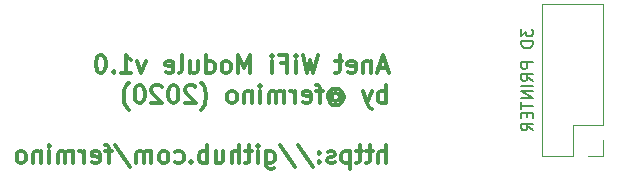
<source format=gbr>
G04 #@! TF.GenerationSoftware,KiCad,Pcbnew,5.0.2+dfsg1-1*
G04 #@! TF.CreationDate,2020-10-09T16:27:47-03:00*
G04 #@! TF.ProjectId,esp3d_anet,65737033-645f-4616-9e65-742e6b696361,rev?*
G04 #@! TF.SameCoordinates,Original*
G04 #@! TF.FileFunction,Legend,Bot*
G04 #@! TF.FilePolarity,Positive*
%FSLAX46Y46*%
G04 Gerber Fmt 4.6, Leading zero omitted, Abs format (unit mm)*
G04 Created by KiCad (PCBNEW 5.0.2+dfsg1-1) date vie 09 oct 2020 16:27:47 -03*
%MOMM*%
%LPD*%
G01*
G04 APERTURE LIST*
%ADD10C,0.300000*%
%ADD11C,0.120000*%
%ADD12C,0.150000*%
G04 APERTURE END LIST*
D10*
X73179285Y-52305000D02*
X72465000Y-52305000D01*
X73322142Y-52733571D02*
X72822142Y-51233571D01*
X72322142Y-52733571D01*
X71822142Y-51733571D02*
X71822142Y-52733571D01*
X71822142Y-51876428D02*
X71750714Y-51805000D01*
X71607857Y-51733571D01*
X71393571Y-51733571D01*
X71250714Y-51805000D01*
X71179285Y-51947857D01*
X71179285Y-52733571D01*
X69893571Y-52662142D02*
X70036428Y-52733571D01*
X70322142Y-52733571D01*
X70465000Y-52662142D01*
X70536428Y-52519285D01*
X70536428Y-51947857D01*
X70465000Y-51805000D01*
X70322142Y-51733571D01*
X70036428Y-51733571D01*
X69893571Y-51805000D01*
X69822142Y-51947857D01*
X69822142Y-52090714D01*
X70536428Y-52233571D01*
X69393571Y-51733571D02*
X68822142Y-51733571D01*
X69179285Y-51233571D02*
X69179285Y-52519285D01*
X69107857Y-52662142D01*
X68965000Y-52733571D01*
X68822142Y-52733571D01*
X67322142Y-51233571D02*
X66965000Y-52733571D01*
X66679285Y-51662142D01*
X66393571Y-52733571D01*
X66036428Y-51233571D01*
X65465000Y-52733571D02*
X65465000Y-51733571D01*
X65465000Y-51233571D02*
X65536428Y-51305000D01*
X65465000Y-51376428D01*
X65393571Y-51305000D01*
X65465000Y-51233571D01*
X65465000Y-51376428D01*
X64250714Y-51947857D02*
X64750714Y-51947857D01*
X64750714Y-52733571D02*
X64750714Y-51233571D01*
X64036428Y-51233571D01*
X63465000Y-52733571D02*
X63465000Y-51733571D01*
X63465000Y-51233571D02*
X63536428Y-51305000D01*
X63465000Y-51376428D01*
X63393571Y-51305000D01*
X63465000Y-51233571D01*
X63465000Y-51376428D01*
X61607857Y-52733571D02*
X61607857Y-51233571D01*
X61107857Y-52305000D01*
X60607857Y-51233571D01*
X60607857Y-52733571D01*
X59679285Y-52733571D02*
X59822142Y-52662142D01*
X59893571Y-52590714D01*
X59965000Y-52447857D01*
X59965000Y-52019285D01*
X59893571Y-51876428D01*
X59822142Y-51805000D01*
X59679285Y-51733571D01*
X59465000Y-51733571D01*
X59322142Y-51805000D01*
X59250714Y-51876428D01*
X59179285Y-52019285D01*
X59179285Y-52447857D01*
X59250714Y-52590714D01*
X59322142Y-52662142D01*
X59465000Y-52733571D01*
X59679285Y-52733571D01*
X57893571Y-52733571D02*
X57893571Y-51233571D01*
X57893571Y-52662142D02*
X58036428Y-52733571D01*
X58322142Y-52733571D01*
X58465000Y-52662142D01*
X58536428Y-52590714D01*
X58607857Y-52447857D01*
X58607857Y-52019285D01*
X58536428Y-51876428D01*
X58465000Y-51805000D01*
X58322142Y-51733571D01*
X58036428Y-51733571D01*
X57893571Y-51805000D01*
X56536428Y-51733571D02*
X56536428Y-52733571D01*
X57179285Y-51733571D02*
X57179285Y-52519285D01*
X57107857Y-52662142D01*
X56965000Y-52733571D01*
X56750714Y-52733571D01*
X56607857Y-52662142D01*
X56536428Y-52590714D01*
X55607857Y-52733571D02*
X55750714Y-52662142D01*
X55822142Y-52519285D01*
X55822142Y-51233571D01*
X54465000Y-52662142D02*
X54607857Y-52733571D01*
X54893571Y-52733571D01*
X55036428Y-52662142D01*
X55107857Y-52519285D01*
X55107857Y-51947857D01*
X55036428Y-51805000D01*
X54893571Y-51733571D01*
X54607857Y-51733571D01*
X54465000Y-51805000D01*
X54393571Y-51947857D01*
X54393571Y-52090714D01*
X55107857Y-52233571D01*
X52750714Y-51733571D02*
X52393571Y-52733571D01*
X52036428Y-51733571D01*
X50679285Y-52733571D02*
X51536428Y-52733571D01*
X51107857Y-52733571D02*
X51107857Y-51233571D01*
X51250714Y-51447857D01*
X51393571Y-51590714D01*
X51536428Y-51662142D01*
X50036428Y-52590714D02*
X49965000Y-52662142D01*
X50036428Y-52733571D01*
X50107857Y-52662142D01*
X50036428Y-52590714D01*
X50036428Y-52733571D01*
X49036428Y-51233571D02*
X48893571Y-51233571D01*
X48750714Y-51305000D01*
X48679285Y-51376428D01*
X48607857Y-51519285D01*
X48536428Y-51805000D01*
X48536428Y-52162142D01*
X48607857Y-52447857D01*
X48679285Y-52590714D01*
X48750714Y-52662142D01*
X48893571Y-52733571D01*
X49036428Y-52733571D01*
X49179285Y-52662142D01*
X49250714Y-52590714D01*
X49322142Y-52447857D01*
X49393571Y-52162142D01*
X49393571Y-51805000D01*
X49322142Y-51519285D01*
X49250714Y-51376428D01*
X49179285Y-51305000D01*
X49036428Y-51233571D01*
X73107857Y-55283571D02*
X73107857Y-53783571D01*
X73107857Y-54355000D02*
X72965000Y-54283571D01*
X72679285Y-54283571D01*
X72536428Y-54355000D01*
X72465000Y-54426428D01*
X72393571Y-54569285D01*
X72393571Y-54997857D01*
X72465000Y-55140714D01*
X72536428Y-55212142D01*
X72679285Y-55283571D01*
X72965000Y-55283571D01*
X73107857Y-55212142D01*
X71893571Y-54283571D02*
X71536428Y-55283571D01*
X71179285Y-54283571D02*
X71536428Y-55283571D01*
X71679285Y-55640714D01*
X71750714Y-55712142D01*
X71893571Y-55783571D01*
X68536428Y-54569285D02*
X68607857Y-54497857D01*
X68750714Y-54426428D01*
X68893571Y-54426428D01*
X69036428Y-54497857D01*
X69107857Y-54569285D01*
X69179285Y-54712142D01*
X69179285Y-54855000D01*
X69107857Y-54997857D01*
X69036428Y-55069285D01*
X68893571Y-55140714D01*
X68750714Y-55140714D01*
X68607857Y-55069285D01*
X68536428Y-54997857D01*
X68536428Y-54426428D02*
X68536428Y-54997857D01*
X68465000Y-55069285D01*
X68393571Y-55069285D01*
X68250714Y-54997857D01*
X68179285Y-54855000D01*
X68179285Y-54497857D01*
X68322142Y-54283571D01*
X68536428Y-54140714D01*
X68822142Y-54069285D01*
X69107857Y-54140714D01*
X69322142Y-54283571D01*
X69465000Y-54497857D01*
X69536428Y-54783571D01*
X69465000Y-55069285D01*
X69322142Y-55283571D01*
X69107857Y-55426428D01*
X68822142Y-55497857D01*
X68536428Y-55426428D01*
X68322142Y-55283571D01*
X67750714Y-54283571D02*
X67179285Y-54283571D01*
X67536428Y-55283571D02*
X67536428Y-53997857D01*
X67465000Y-53855000D01*
X67322142Y-53783571D01*
X67179285Y-53783571D01*
X66107857Y-55212142D02*
X66250714Y-55283571D01*
X66536428Y-55283571D01*
X66679285Y-55212142D01*
X66750714Y-55069285D01*
X66750714Y-54497857D01*
X66679285Y-54355000D01*
X66536428Y-54283571D01*
X66250714Y-54283571D01*
X66107857Y-54355000D01*
X66036428Y-54497857D01*
X66036428Y-54640714D01*
X66750714Y-54783571D01*
X65393571Y-55283571D02*
X65393571Y-54283571D01*
X65393571Y-54569285D02*
X65322142Y-54426428D01*
X65250714Y-54355000D01*
X65107857Y-54283571D01*
X64965000Y-54283571D01*
X64465000Y-55283571D02*
X64465000Y-54283571D01*
X64465000Y-54426428D02*
X64393571Y-54355000D01*
X64250714Y-54283571D01*
X64036428Y-54283571D01*
X63893571Y-54355000D01*
X63822142Y-54497857D01*
X63822142Y-55283571D01*
X63822142Y-54497857D02*
X63750714Y-54355000D01*
X63607857Y-54283571D01*
X63393571Y-54283571D01*
X63250714Y-54355000D01*
X63179285Y-54497857D01*
X63179285Y-55283571D01*
X62465000Y-55283571D02*
X62465000Y-54283571D01*
X62465000Y-53783571D02*
X62536428Y-53855000D01*
X62465000Y-53926428D01*
X62393571Y-53855000D01*
X62465000Y-53783571D01*
X62465000Y-53926428D01*
X61750714Y-54283571D02*
X61750714Y-55283571D01*
X61750714Y-54426428D02*
X61679285Y-54355000D01*
X61536428Y-54283571D01*
X61322142Y-54283571D01*
X61179285Y-54355000D01*
X61107857Y-54497857D01*
X61107857Y-55283571D01*
X60179285Y-55283571D02*
X60322142Y-55212142D01*
X60393571Y-55140714D01*
X60465000Y-54997857D01*
X60465000Y-54569285D01*
X60393571Y-54426428D01*
X60322142Y-54355000D01*
X60179285Y-54283571D01*
X59965000Y-54283571D01*
X59822142Y-54355000D01*
X59750714Y-54426428D01*
X59679285Y-54569285D01*
X59679285Y-54997857D01*
X59750714Y-55140714D01*
X59822142Y-55212142D01*
X59965000Y-55283571D01*
X60179285Y-55283571D01*
X57465000Y-55855000D02*
X57536428Y-55783571D01*
X57679285Y-55569285D01*
X57750714Y-55426428D01*
X57822142Y-55212142D01*
X57893571Y-54855000D01*
X57893571Y-54569285D01*
X57822142Y-54212142D01*
X57750714Y-53997857D01*
X57679285Y-53855000D01*
X57536428Y-53640714D01*
X57465000Y-53569285D01*
X56965000Y-53926428D02*
X56893571Y-53855000D01*
X56750714Y-53783571D01*
X56393571Y-53783571D01*
X56250714Y-53855000D01*
X56179285Y-53926428D01*
X56107857Y-54069285D01*
X56107857Y-54212142D01*
X56179285Y-54426428D01*
X57036428Y-55283571D01*
X56107857Y-55283571D01*
X55179285Y-53783571D02*
X55036428Y-53783571D01*
X54893571Y-53855000D01*
X54822142Y-53926428D01*
X54750714Y-54069285D01*
X54679285Y-54355000D01*
X54679285Y-54712142D01*
X54750714Y-54997857D01*
X54822142Y-55140714D01*
X54893571Y-55212142D01*
X55036428Y-55283571D01*
X55179285Y-55283571D01*
X55322142Y-55212142D01*
X55393571Y-55140714D01*
X55465000Y-54997857D01*
X55536428Y-54712142D01*
X55536428Y-54355000D01*
X55465000Y-54069285D01*
X55393571Y-53926428D01*
X55322142Y-53855000D01*
X55179285Y-53783571D01*
X54107857Y-53926428D02*
X54036428Y-53855000D01*
X53893571Y-53783571D01*
X53536428Y-53783571D01*
X53393571Y-53855000D01*
X53322142Y-53926428D01*
X53250714Y-54069285D01*
X53250714Y-54212142D01*
X53322142Y-54426428D01*
X54179285Y-55283571D01*
X53250714Y-55283571D01*
X52322142Y-53783571D02*
X52179285Y-53783571D01*
X52036428Y-53855000D01*
X51965000Y-53926428D01*
X51893571Y-54069285D01*
X51822142Y-54355000D01*
X51822142Y-54712142D01*
X51893571Y-54997857D01*
X51965000Y-55140714D01*
X52036428Y-55212142D01*
X52179285Y-55283571D01*
X52322142Y-55283571D01*
X52465000Y-55212142D01*
X52536428Y-55140714D01*
X52607857Y-54997857D01*
X52679285Y-54712142D01*
X52679285Y-54355000D01*
X52607857Y-54069285D01*
X52536428Y-53926428D01*
X52465000Y-53855000D01*
X52322142Y-53783571D01*
X51322142Y-55855000D02*
X51250714Y-55783571D01*
X51107857Y-55569285D01*
X51036428Y-55426428D01*
X50965000Y-55212142D01*
X50893571Y-54855000D01*
X50893571Y-54569285D01*
X50965000Y-54212142D01*
X51036428Y-53997857D01*
X51107857Y-53855000D01*
X51250714Y-53640714D01*
X51322142Y-53569285D01*
X73107857Y-60383571D02*
X73107857Y-58883571D01*
X72465000Y-60383571D02*
X72465000Y-59597857D01*
X72536428Y-59455000D01*
X72679285Y-59383571D01*
X72893571Y-59383571D01*
X73036428Y-59455000D01*
X73107857Y-59526428D01*
X71965000Y-59383571D02*
X71393571Y-59383571D01*
X71750714Y-58883571D02*
X71750714Y-60169285D01*
X71679285Y-60312142D01*
X71536428Y-60383571D01*
X71393571Y-60383571D01*
X71107857Y-59383571D02*
X70536428Y-59383571D01*
X70893571Y-58883571D02*
X70893571Y-60169285D01*
X70822142Y-60312142D01*
X70679285Y-60383571D01*
X70536428Y-60383571D01*
X70036428Y-59383571D02*
X70036428Y-60883571D01*
X70036428Y-59455000D02*
X69893571Y-59383571D01*
X69607857Y-59383571D01*
X69465000Y-59455000D01*
X69393571Y-59526428D01*
X69322142Y-59669285D01*
X69322142Y-60097857D01*
X69393571Y-60240714D01*
X69465000Y-60312142D01*
X69607857Y-60383571D01*
X69893571Y-60383571D01*
X70036428Y-60312142D01*
X68750714Y-60312142D02*
X68607857Y-60383571D01*
X68322142Y-60383571D01*
X68179285Y-60312142D01*
X68107857Y-60169285D01*
X68107857Y-60097857D01*
X68179285Y-59955000D01*
X68322142Y-59883571D01*
X68536428Y-59883571D01*
X68679285Y-59812142D01*
X68750714Y-59669285D01*
X68750714Y-59597857D01*
X68679285Y-59455000D01*
X68536428Y-59383571D01*
X68322142Y-59383571D01*
X68179285Y-59455000D01*
X67465000Y-60240714D02*
X67393571Y-60312142D01*
X67465000Y-60383571D01*
X67536428Y-60312142D01*
X67465000Y-60240714D01*
X67465000Y-60383571D01*
X67465000Y-59455000D02*
X67393571Y-59526428D01*
X67465000Y-59597857D01*
X67536428Y-59526428D01*
X67465000Y-59455000D01*
X67465000Y-59597857D01*
X65679285Y-58812142D02*
X66965000Y-60740714D01*
X64107857Y-58812142D02*
X65393571Y-60740714D01*
X62965000Y-59383571D02*
X62965000Y-60597857D01*
X63036428Y-60740714D01*
X63107857Y-60812142D01*
X63250714Y-60883571D01*
X63465000Y-60883571D01*
X63607857Y-60812142D01*
X62965000Y-60312142D02*
X63107857Y-60383571D01*
X63393571Y-60383571D01*
X63536428Y-60312142D01*
X63607857Y-60240714D01*
X63679285Y-60097857D01*
X63679285Y-59669285D01*
X63607857Y-59526428D01*
X63536428Y-59455000D01*
X63393571Y-59383571D01*
X63107857Y-59383571D01*
X62965000Y-59455000D01*
X62250714Y-60383571D02*
X62250714Y-59383571D01*
X62250714Y-58883571D02*
X62322142Y-58955000D01*
X62250714Y-59026428D01*
X62179285Y-58955000D01*
X62250714Y-58883571D01*
X62250714Y-59026428D01*
X61750714Y-59383571D02*
X61179285Y-59383571D01*
X61536428Y-58883571D02*
X61536428Y-60169285D01*
X61465000Y-60312142D01*
X61322142Y-60383571D01*
X61179285Y-60383571D01*
X60679285Y-60383571D02*
X60679285Y-58883571D01*
X60036428Y-60383571D02*
X60036428Y-59597857D01*
X60107857Y-59455000D01*
X60250714Y-59383571D01*
X60465000Y-59383571D01*
X60607857Y-59455000D01*
X60679285Y-59526428D01*
X58679285Y-59383571D02*
X58679285Y-60383571D01*
X59322142Y-59383571D02*
X59322142Y-60169285D01*
X59250714Y-60312142D01*
X59107857Y-60383571D01*
X58893571Y-60383571D01*
X58750714Y-60312142D01*
X58679285Y-60240714D01*
X57965000Y-60383571D02*
X57965000Y-58883571D01*
X57965000Y-59455000D02*
X57822142Y-59383571D01*
X57536428Y-59383571D01*
X57393571Y-59455000D01*
X57322142Y-59526428D01*
X57250714Y-59669285D01*
X57250714Y-60097857D01*
X57322142Y-60240714D01*
X57393571Y-60312142D01*
X57536428Y-60383571D01*
X57822142Y-60383571D01*
X57965000Y-60312142D01*
X56607857Y-60240714D02*
X56536428Y-60312142D01*
X56607857Y-60383571D01*
X56679285Y-60312142D01*
X56607857Y-60240714D01*
X56607857Y-60383571D01*
X55250714Y-60312142D02*
X55393571Y-60383571D01*
X55679285Y-60383571D01*
X55822142Y-60312142D01*
X55893571Y-60240714D01*
X55965000Y-60097857D01*
X55965000Y-59669285D01*
X55893571Y-59526428D01*
X55822142Y-59455000D01*
X55679285Y-59383571D01*
X55393571Y-59383571D01*
X55250714Y-59455000D01*
X54393571Y-60383571D02*
X54536428Y-60312142D01*
X54607857Y-60240714D01*
X54679285Y-60097857D01*
X54679285Y-59669285D01*
X54607857Y-59526428D01*
X54536428Y-59455000D01*
X54393571Y-59383571D01*
X54179285Y-59383571D01*
X54036428Y-59455000D01*
X53965000Y-59526428D01*
X53893571Y-59669285D01*
X53893571Y-60097857D01*
X53965000Y-60240714D01*
X54036428Y-60312142D01*
X54179285Y-60383571D01*
X54393571Y-60383571D01*
X53250714Y-60383571D02*
X53250714Y-59383571D01*
X53250714Y-59526428D02*
X53179285Y-59455000D01*
X53036428Y-59383571D01*
X52822142Y-59383571D01*
X52679285Y-59455000D01*
X52607857Y-59597857D01*
X52607857Y-60383571D01*
X52607857Y-59597857D02*
X52536428Y-59455000D01*
X52393571Y-59383571D01*
X52179285Y-59383571D01*
X52036428Y-59455000D01*
X51965000Y-59597857D01*
X51965000Y-60383571D01*
X50179285Y-58812142D02*
X51465000Y-60740714D01*
X49893571Y-59383571D02*
X49322142Y-59383571D01*
X49679285Y-60383571D02*
X49679285Y-59097857D01*
X49607857Y-58955000D01*
X49465000Y-58883571D01*
X49322142Y-58883571D01*
X48250714Y-60312142D02*
X48393571Y-60383571D01*
X48679285Y-60383571D01*
X48822142Y-60312142D01*
X48893571Y-60169285D01*
X48893571Y-59597857D01*
X48822142Y-59455000D01*
X48679285Y-59383571D01*
X48393571Y-59383571D01*
X48250714Y-59455000D01*
X48179285Y-59597857D01*
X48179285Y-59740714D01*
X48893571Y-59883571D01*
X47536428Y-60383571D02*
X47536428Y-59383571D01*
X47536428Y-59669285D02*
X47465000Y-59526428D01*
X47393571Y-59455000D01*
X47250714Y-59383571D01*
X47107857Y-59383571D01*
X46607857Y-60383571D02*
X46607857Y-59383571D01*
X46607857Y-59526428D02*
X46536428Y-59455000D01*
X46393571Y-59383571D01*
X46179285Y-59383571D01*
X46036428Y-59455000D01*
X45965000Y-59597857D01*
X45965000Y-60383571D01*
X45965000Y-59597857D02*
X45893571Y-59455000D01*
X45750714Y-59383571D01*
X45536428Y-59383571D01*
X45393571Y-59455000D01*
X45322142Y-59597857D01*
X45322142Y-60383571D01*
X44607857Y-60383571D02*
X44607857Y-59383571D01*
X44607857Y-58883571D02*
X44679285Y-58955000D01*
X44607857Y-59026428D01*
X44536428Y-58955000D01*
X44607857Y-58883571D01*
X44607857Y-59026428D01*
X43893571Y-59383571D02*
X43893571Y-60383571D01*
X43893571Y-59526428D02*
X43822142Y-59455000D01*
X43679285Y-59383571D01*
X43465000Y-59383571D01*
X43322142Y-59455000D01*
X43250714Y-59597857D01*
X43250714Y-60383571D01*
X42322142Y-60383571D02*
X42465000Y-60312142D01*
X42536428Y-60240714D01*
X42607857Y-60097857D01*
X42607857Y-59669285D01*
X42536428Y-59526428D01*
X42465000Y-59455000D01*
X42322142Y-59383571D01*
X42107857Y-59383571D01*
X41965000Y-59455000D01*
X41893571Y-59526428D01*
X41822142Y-59669285D01*
X41822142Y-60097857D01*
X41893571Y-60240714D01*
X41965000Y-60312142D01*
X42107857Y-60383571D01*
X42322142Y-60383571D01*
D11*
G04 #@! TO.C,3D PRINTER*
X86300000Y-59750000D02*
X88900000Y-59750000D01*
X86300000Y-59750000D02*
X86300000Y-46930000D01*
X86300000Y-46930000D02*
X91500000Y-46930000D01*
X91500000Y-57150000D02*
X91500000Y-46930000D01*
X88900000Y-57150000D02*
X91500000Y-57150000D01*
X88900000Y-59750000D02*
X88900000Y-57150000D01*
X91500000Y-59750000D02*
X91500000Y-58420000D01*
X90170000Y-59750000D02*
X91500000Y-59750000D01*
D12*
X84542380Y-49030476D02*
X84542380Y-49649523D01*
X84923333Y-49316190D01*
X84923333Y-49459047D01*
X84970952Y-49554285D01*
X85018571Y-49601904D01*
X85113809Y-49649523D01*
X85351904Y-49649523D01*
X85447142Y-49601904D01*
X85494761Y-49554285D01*
X85542380Y-49459047D01*
X85542380Y-49173333D01*
X85494761Y-49078095D01*
X85447142Y-49030476D01*
X85542380Y-50078095D02*
X84542380Y-50078095D01*
X84542380Y-50316190D01*
X84590000Y-50459047D01*
X84685238Y-50554285D01*
X84780476Y-50601904D01*
X84970952Y-50649523D01*
X85113809Y-50649523D01*
X85304285Y-50601904D01*
X85399523Y-50554285D01*
X85494761Y-50459047D01*
X85542380Y-50316190D01*
X85542380Y-50078095D01*
X85542380Y-51840000D02*
X84542380Y-51840000D01*
X84542380Y-52220952D01*
X84590000Y-52316190D01*
X84637619Y-52363809D01*
X84732857Y-52411428D01*
X84875714Y-52411428D01*
X84970952Y-52363809D01*
X85018571Y-52316190D01*
X85066190Y-52220952D01*
X85066190Y-51840000D01*
X85542380Y-53411428D02*
X85066190Y-53078095D01*
X85542380Y-52840000D02*
X84542380Y-52840000D01*
X84542380Y-53220952D01*
X84590000Y-53316190D01*
X84637619Y-53363809D01*
X84732857Y-53411428D01*
X84875714Y-53411428D01*
X84970952Y-53363809D01*
X85018571Y-53316190D01*
X85066190Y-53220952D01*
X85066190Y-52840000D01*
X85542380Y-53840000D02*
X84542380Y-53840000D01*
X85542380Y-54316190D02*
X84542380Y-54316190D01*
X85542380Y-54887619D01*
X84542380Y-54887619D01*
X84542380Y-55220952D02*
X84542380Y-55792380D01*
X85542380Y-55506666D02*
X84542380Y-55506666D01*
X85018571Y-56125714D02*
X85018571Y-56459047D01*
X85542380Y-56601904D02*
X85542380Y-56125714D01*
X84542380Y-56125714D01*
X84542380Y-56601904D01*
X85542380Y-57601904D02*
X85066190Y-57268571D01*
X85542380Y-57030476D02*
X84542380Y-57030476D01*
X84542380Y-57411428D01*
X84590000Y-57506666D01*
X84637619Y-57554285D01*
X84732857Y-57601904D01*
X84875714Y-57601904D01*
X84970952Y-57554285D01*
X85018571Y-57506666D01*
X85066190Y-57411428D01*
X85066190Y-57030476D01*
G04 #@! TD*
M02*

</source>
